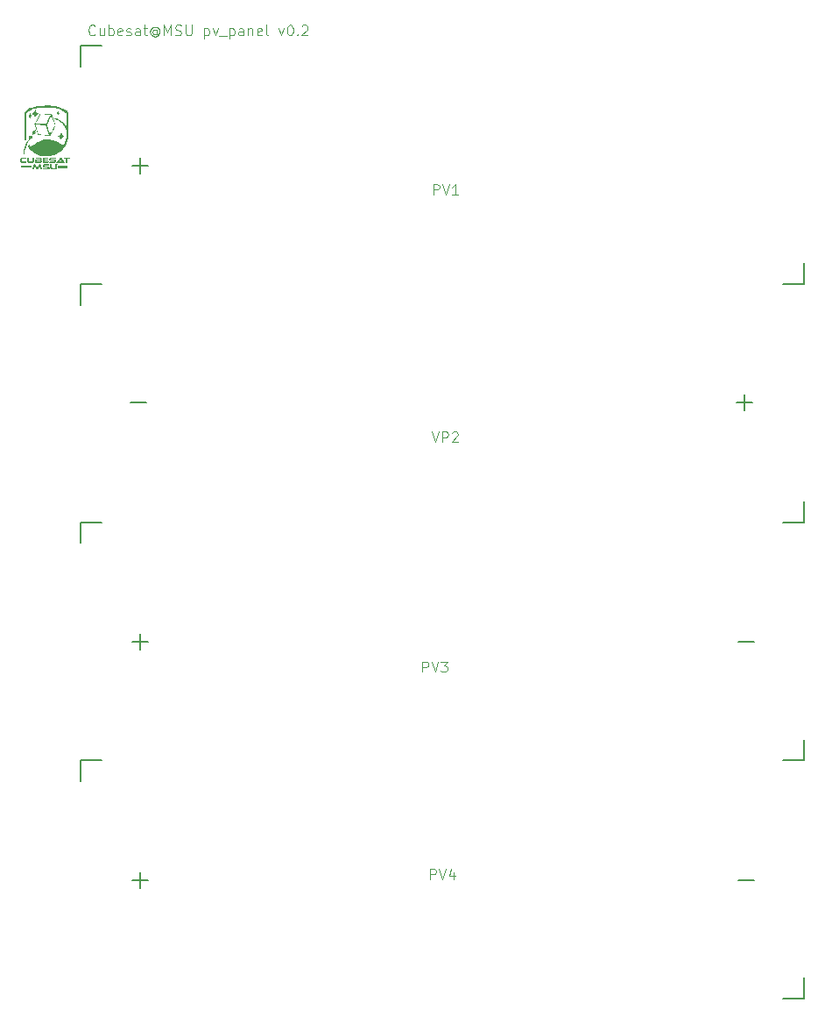
<source format=gbr>
%TF.GenerationSoftware,KiCad,Pcbnew,9.0.0-rc3*%
%TF.CreationDate,2025-06-30T09:22:31-05:00*%
%TF.ProjectId,pv_panel,70765f70-616e-4656-9c2e-6b696361645f,rev?*%
%TF.SameCoordinates,Original*%
%TF.FileFunction,Legend,Top*%
%TF.FilePolarity,Positive*%
%FSLAX46Y46*%
G04 Gerber Fmt 4.6, Leading zero omitted, Abs format (unit mm)*
G04 Created by KiCad (PCBNEW 9.0.0-rc3) date 2025-06-30 09:22:31*
%MOMM*%
%LPD*%
G01*
G04 APERTURE LIST*
%ADD10C,0.100000*%
%ADD11C,0.200000*%
%ADD12C,0.000000*%
G04 APERTURE END LIST*
D10*
X113025312Y-40777180D02*
X112977693Y-40824800D01*
X112977693Y-40824800D02*
X112834836Y-40872419D01*
X112834836Y-40872419D02*
X112739598Y-40872419D01*
X112739598Y-40872419D02*
X112596741Y-40824800D01*
X112596741Y-40824800D02*
X112501503Y-40729561D01*
X112501503Y-40729561D02*
X112453884Y-40634323D01*
X112453884Y-40634323D02*
X112406265Y-40443847D01*
X112406265Y-40443847D02*
X112406265Y-40300990D01*
X112406265Y-40300990D02*
X112453884Y-40110514D01*
X112453884Y-40110514D02*
X112501503Y-40015276D01*
X112501503Y-40015276D02*
X112596741Y-39920038D01*
X112596741Y-39920038D02*
X112739598Y-39872419D01*
X112739598Y-39872419D02*
X112834836Y-39872419D01*
X112834836Y-39872419D02*
X112977693Y-39920038D01*
X112977693Y-39920038D02*
X113025312Y-39967657D01*
X113882455Y-40205752D02*
X113882455Y-40872419D01*
X113453884Y-40205752D02*
X113453884Y-40729561D01*
X113453884Y-40729561D02*
X113501503Y-40824800D01*
X113501503Y-40824800D02*
X113596741Y-40872419D01*
X113596741Y-40872419D02*
X113739598Y-40872419D01*
X113739598Y-40872419D02*
X113834836Y-40824800D01*
X113834836Y-40824800D02*
X113882455Y-40777180D01*
X114358646Y-40872419D02*
X114358646Y-39872419D01*
X114358646Y-40253371D02*
X114453884Y-40205752D01*
X114453884Y-40205752D02*
X114644360Y-40205752D01*
X114644360Y-40205752D02*
X114739598Y-40253371D01*
X114739598Y-40253371D02*
X114787217Y-40300990D01*
X114787217Y-40300990D02*
X114834836Y-40396228D01*
X114834836Y-40396228D02*
X114834836Y-40681942D01*
X114834836Y-40681942D02*
X114787217Y-40777180D01*
X114787217Y-40777180D02*
X114739598Y-40824800D01*
X114739598Y-40824800D02*
X114644360Y-40872419D01*
X114644360Y-40872419D02*
X114453884Y-40872419D01*
X114453884Y-40872419D02*
X114358646Y-40824800D01*
X115644360Y-40824800D02*
X115549122Y-40872419D01*
X115549122Y-40872419D02*
X115358646Y-40872419D01*
X115358646Y-40872419D02*
X115263408Y-40824800D01*
X115263408Y-40824800D02*
X115215789Y-40729561D01*
X115215789Y-40729561D02*
X115215789Y-40348609D01*
X115215789Y-40348609D02*
X115263408Y-40253371D01*
X115263408Y-40253371D02*
X115358646Y-40205752D01*
X115358646Y-40205752D02*
X115549122Y-40205752D01*
X115549122Y-40205752D02*
X115644360Y-40253371D01*
X115644360Y-40253371D02*
X115691979Y-40348609D01*
X115691979Y-40348609D02*
X115691979Y-40443847D01*
X115691979Y-40443847D02*
X115215789Y-40539085D01*
X116072932Y-40824800D02*
X116168170Y-40872419D01*
X116168170Y-40872419D02*
X116358646Y-40872419D01*
X116358646Y-40872419D02*
X116453884Y-40824800D01*
X116453884Y-40824800D02*
X116501503Y-40729561D01*
X116501503Y-40729561D02*
X116501503Y-40681942D01*
X116501503Y-40681942D02*
X116453884Y-40586704D01*
X116453884Y-40586704D02*
X116358646Y-40539085D01*
X116358646Y-40539085D02*
X116215789Y-40539085D01*
X116215789Y-40539085D02*
X116120551Y-40491466D01*
X116120551Y-40491466D02*
X116072932Y-40396228D01*
X116072932Y-40396228D02*
X116072932Y-40348609D01*
X116072932Y-40348609D02*
X116120551Y-40253371D01*
X116120551Y-40253371D02*
X116215789Y-40205752D01*
X116215789Y-40205752D02*
X116358646Y-40205752D01*
X116358646Y-40205752D02*
X116453884Y-40253371D01*
X117358646Y-40872419D02*
X117358646Y-40348609D01*
X117358646Y-40348609D02*
X117311027Y-40253371D01*
X117311027Y-40253371D02*
X117215789Y-40205752D01*
X117215789Y-40205752D02*
X117025313Y-40205752D01*
X117025313Y-40205752D02*
X116930075Y-40253371D01*
X117358646Y-40824800D02*
X117263408Y-40872419D01*
X117263408Y-40872419D02*
X117025313Y-40872419D01*
X117025313Y-40872419D02*
X116930075Y-40824800D01*
X116930075Y-40824800D02*
X116882456Y-40729561D01*
X116882456Y-40729561D02*
X116882456Y-40634323D01*
X116882456Y-40634323D02*
X116930075Y-40539085D01*
X116930075Y-40539085D02*
X117025313Y-40491466D01*
X117025313Y-40491466D02*
X117263408Y-40491466D01*
X117263408Y-40491466D02*
X117358646Y-40443847D01*
X117691980Y-40205752D02*
X118072932Y-40205752D01*
X117834837Y-39872419D02*
X117834837Y-40729561D01*
X117834837Y-40729561D02*
X117882456Y-40824800D01*
X117882456Y-40824800D02*
X117977694Y-40872419D01*
X117977694Y-40872419D02*
X118072932Y-40872419D01*
X119025313Y-40396228D02*
X118977694Y-40348609D01*
X118977694Y-40348609D02*
X118882456Y-40300990D01*
X118882456Y-40300990D02*
X118787218Y-40300990D01*
X118787218Y-40300990D02*
X118691980Y-40348609D01*
X118691980Y-40348609D02*
X118644361Y-40396228D01*
X118644361Y-40396228D02*
X118596742Y-40491466D01*
X118596742Y-40491466D02*
X118596742Y-40586704D01*
X118596742Y-40586704D02*
X118644361Y-40681942D01*
X118644361Y-40681942D02*
X118691980Y-40729561D01*
X118691980Y-40729561D02*
X118787218Y-40777180D01*
X118787218Y-40777180D02*
X118882456Y-40777180D01*
X118882456Y-40777180D02*
X118977694Y-40729561D01*
X118977694Y-40729561D02*
X119025313Y-40681942D01*
X119025313Y-40300990D02*
X119025313Y-40681942D01*
X119025313Y-40681942D02*
X119072932Y-40729561D01*
X119072932Y-40729561D02*
X119120551Y-40729561D01*
X119120551Y-40729561D02*
X119215790Y-40681942D01*
X119215790Y-40681942D02*
X119263409Y-40586704D01*
X119263409Y-40586704D02*
X119263409Y-40348609D01*
X119263409Y-40348609D02*
X119168171Y-40205752D01*
X119168171Y-40205752D02*
X119025313Y-40110514D01*
X119025313Y-40110514D02*
X118834837Y-40062895D01*
X118834837Y-40062895D02*
X118644361Y-40110514D01*
X118644361Y-40110514D02*
X118501504Y-40205752D01*
X118501504Y-40205752D02*
X118406266Y-40348609D01*
X118406266Y-40348609D02*
X118358647Y-40539085D01*
X118358647Y-40539085D02*
X118406266Y-40729561D01*
X118406266Y-40729561D02*
X118501504Y-40872419D01*
X118501504Y-40872419D02*
X118644361Y-40967657D01*
X118644361Y-40967657D02*
X118834837Y-41015276D01*
X118834837Y-41015276D02*
X119025313Y-40967657D01*
X119025313Y-40967657D02*
X119168171Y-40872419D01*
X119691980Y-40872419D02*
X119691980Y-39872419D01*
X119691980Y-39872419D02*
X120025313Y-40586704D01*
X120025313Y-40586704D02*
X120358646Y-39872419D01*
X120358646Y-39872419D02*
X120358646Y-40872419D01*
X120787218Y-40824800D02*
X120930075Y-40872419D01*
X120930075Y-40872419D02*
X121168170Y-40872419D01*
X121168170Y-40872419D02*
X121263408Y-40824800D01*
X121263408Y-40824800D02*
X121311027Y-40777180D01*
X121311027Y-40777180D02*
X121358646Y-40681942D01*
X121358646Y-40681942D02*
X121358646Y-40586704D01*
X121358646Y-40586704D02*
X121311027Y-40491466D01*
X121311027Y-40491466D02*
X121263408Y-40443847D01*
X121263408Y-40443847D02*
X121168170Y-40396228D01*
X121168170Y-40396228D02*
X120977694Y-40348609D01*
X120977694Y-40348609D02*
X120882456Y-40300990D01*
X120882456Y-40300990D02*
X120834837Y-40253371D01*
X120834837Y-40253371D02*
X120787218Y-40158133D01*
X120787218Y-40158133D02*
X120787218Y-40062895D01*
X120787218Y-40062895D02*
X120834837Y-39967657D01*
X120834837Y-39967657D02*
X120882456Y-39920038D01*
X120882456Y-39920038D02*
X120977694Y-39872419D01*
X120977694Y-39872419D02*
X121215789Y-39872419D01*
X121215789Y-39872419D02*
X121358646Y-39920038D01*
X121787218Y-39872419D02*
X121787218Y-40681942D01*
X121787218Y-40681942D02*
X121834837Y-40777180D01*
X121834837Y-40777180D02*
X121882456Y-40824800D01*
X121882456Y-40824800D02*
X121977694Y-40872419D01*
X121977694Y-40872419D02*
X122168170Y-40872419D01*
X122168170Y-40872419D02*
X122263408Y-40824800D01*
X122263408Y-40824800D02*
X122311027Y-40777180D01*
X122311027Y-40777180D02*
X122358646Y-40681942D01*
X122358646Y-40681942D02*
X122358646Y-39872419D01*
X123596742Y-40205752D02*
X123596742Y-41205752D01*
X123596742Y-40253371D02*
X123691980Y-40205752D01*
X123691980Y-40205752D02*
X123882456Y-40205752D01*
X123882456Y-40205752D02*
X123977694Y-40253371D01*
X123977694Y-40253371D02*
X124025313Y-40300990D01*
X124025313Y-40300990D02*
X124072932Y-40396228D01*
X124072932Y-40396228D02*
X124072932Y-40681942D01*
X124072932Y-40681942D02*
X124025313Y-40777180D01*
X124025313Y-40777180D02*
X123977694Y-40824800D01*
X123977694Y-40824800D02*
X123882456Y-40872419D01*
X123882456Y-40872419D02*
X123691980Y-40872419D01*
X123691980Y-40872419D02*
X123596742Y-40824800D01*
X124406266Y-40205752D02*
X124644361Y-40872419D01*
X124644361Y-40872419D02*
X124882456Y-40205752D01*
X125025314Y-40967657D02*
X125787218Y-40967657D01*
X126025314Y-40205752D02*
X126025314Y-41205752D01*
X126025314Y-40253371D02*
X126120552Y-40205752D01*
X126120552Y-40205752D02*
X126311028Y-40205752D01*
X126311028Y-40205752D02*
X126406266Y-40253371D01*
X126406266Y-40253371D02*
X126453885Y-40300990D01*
X126453885Y-40300990D02*
X126501504Y-40396228D01*
X126501504Y-40396228D02*
X126501504Y-40681942D01*
X126501504Y-40681942D02*
X126453885Y-40777180D01*
X126453885Y-40777180D02*
X126406266Y-40824800D01*
X126406266Y-40824800D02*
X126311028Y-40872419D01*
X126311028Y-40872419D02*
X126120552Y-40872419D01*
X126120552Y-40872419D02*
X126025314Y-40824800D01*
X127358647Y-40872419D02*
X127358647Y-40348609D01*
X127358647Y-40348609D02*
X127311028Y-40253371D01*
X127311028Y-40253371D02*
X127215790Y-40205752D01*
X127215790Y-40205752D02*
X127025314Y-40205752D01*
X127025314Y-40205752D02*
X126930076Y-40253371D01*
X127358647Y-40824800D02*
X127263409Y-40872419D01*
X127263409Y-40872419D02*
X127025314Y-40872419D01*
X127025314Y-40872419D02*
X126930076Y-40824800D01*
X126930076Y-40824800D02*
X126882457Y-40729561D01*
X126882457Y-40729561D02*
X126882457Y-40634323D01*
X126882457Y-40634323D02*
X126930076Y-40539085D01*
X126930076Y-40539085D02*
X127025314Y-40491466D01*
X127025314Y-40491466D02*
X127263409Y-40491466D01*
X127263409Y-40491466D02*
X127358647Y-40443847D01*
X127834838Y-40205752D02*
X127834838Y-40872419D01*
X127834838Y-40300990D02*
X127882457Y-40253371D01*
X127882457Y-40253371D02*
X127977695Y-40205752D01*
X127977695Y-40205752D02*
X128120552Y-40205752D01*
X128120552Y-40205752D02*
X128215790Y-40253371D01*
X128215790Y-40253371D02*
X128263409Y-40348609D01*
X128263409Y-40348609D02*
X128263409Y-40872419D01*
X129120552Y-40824800D02*
X129025314Y-40872419D01*
X129025314Y-40872419D02*
X128834838Y-40872419D01*
X128834838Y-40872419D02*
X128739600Y-40824800D01*
X128739600Y-40824800D02*
X128691981Y-40729561D01*
X128691981Y-40729561D02*
X128691981Y-40348609D01*
X128691981Y-40348609D02*
X128739600Y-40253371D01*
X128739600Y-40253371D02*
X128834838Y-40205752D01*
X128834838Y-40205752D02*
X129025314Y-40205752D01*
X129025314Y-40205752D02*
X129120552Y-40253371D01*
X129120552Y-40253371D02*
X129168171Y-40348609D01*
X129168171Y-40348609D02*
X129168171Y-40443847D01*
X129168171Y-40443847D02*
X128691981Y-40539085D01*
X129739600Y-40872419D02*
X129644362Y-40824800D01*
X129644362Y-40824800D02*
X129596743Y-40729561D01*
X129596743Y-40729561D02*
X129596743Y-39872419D01*
X130787220Y-40205752D02*
X131025315Y-40872419D01*
X131025315Y-40872419D02*
X131263410Y-40205752D01*
X131834839Y-39872419D02*
X131930077Y-39872419D01*
X131930077Y-39872419D02*
X132025315Y-39920038D01*
X132025315Y-39920038D02*
X132072934Y-39967657D01*
X132072934Y-39967657D02*
X132120553Y-40062895D01*
X132120553Y-40062895D02*
X132168172Y-40253371D01*
X132168172Y-40253371D02*
X132168172Y-40491466D01*
X132168172Y-40491466D02*
X132120553Y-40681942D01*
X132120553Y-40681942D02*
X132072934Y-40777180D01*
X132072934Y-40777180D02*
X132025315Y-40824800D01*
X132025315Y-40824800D02*
X131930077Y-40872419D01*
X131930077Y-40872419D02*
X131834839Y-40872419D01*
X131834839Y-40872419D02*
X131739601Y-40824800D01*
X131739601Y-40824800D02*
X131691982Y-40777180D01*
X131691982Y-40777180D02*
X131644363Y-40681942D01*
X131644363Y-40681942D02*
X131596744Y-40491466D01*
X131596744Y-40491466D02*
X131596744Y-40253371D01*
X131596744Y-40253371D02*
X131644363Y-40062895D01*
X131644363Y-40062895D02*
X131691982Y-39967657D01*
X131691982Y-39967657D02*
X131739601Y-39920038D01*
X131739601Y-39920038D02*
X131834839Y-39872419D01*
X132596744Y-40777180D02*
X132644363Y-40824800D01*
X132644363Y-40824800D02*
X132596744Y-40872419D01*
X132596744Y-40872419D02*
X132549125Y-40824800D01*
X132549125Y-40824800D02*
X132596744Y-40777180D01*
X132596744Y-40777180D02*
X132596744Y-40872419D01*
X133025315Y-39967657D02*
X133072934Y-39920038D01*
X133072934Y-39920038D02*
X133168172Y-39872419D01*
X133168172Y-39872419D02*
X133406267Y-39872419D01*
X133406267Y-39872419D02*
X133501505Y-39920038D01*
X133501505Y-39920038D02*
X133549124Y-39967657D01*
X133549124Y-39967657D02*
X133596743Y-40062895D01*
X133596743Y-40062895D02*
X133596743Y-40158133D01*
X133596743Y-40158133D02*
X133549124Y-40300990D01*
X133549124Y-40300990D02*
X132977696Y-40872419D01*
X132977696Y-40872419D02*
X133596743Y-40872419D01*
X145733333Y-56257419D02*
X145733333Y-55257419D01*
X145733333Y-55257419D02*
X146114285Y-55257419D01*
X146114285Y-55257419D02*
X146209523Y-55305038D01*
X146209523Y-55305038D02*
X146257142Y-55352657D01*
X146257142Y-55352657D02*
X146304761Y-55447895D01*
X146304761Y-55447895D02*
X146304761Y-55590752D01*
X146304761Y-55590752D02*
X146257142Y-55685990D01*
X146257142Y-55685990D02*
X146209523Y-55733609D01*
X146209523Y-55733609D02*
X146114285Y-55781228D01*
X146114285Y-55781228D02*
X145733333Y-55781228D01*
X146590476Y-55257419D02*
X146923809Y-56257419D01*
X146923809Y-56257419D02*
X147257142Y-55257419D01*
X148114285Y-56257419D02*
X147542857Y-56257419D01*
X147828571Y-56257419D02*
X147828571Y-55257419D01*
X147828571Y-55257419D02*
X147733333Y-55400276D01*
X147733333Y-55400276D02*
X147638095Y-55495514D01*
X147638095Y-55495514D02*
X147542857Y-55543133D01*
D11*
X116657768Y-53432933D02*
X118181578Y-53432933D01*
X117419673Y-54194838D02*
X117419673Y-52671028D01*
D10*
X145433333Y-122377419D02*
X145433333Y-121377419D01*
X145433333Y-121377419D02*
X145814285Y-121377419D01*
X145814285Y-121377419D02*
X145909523Y-121425038D01*
X145909523Y-121425038D02*
X145957142Y-121472657D01*
X145957142Y-121472657D02*
X146004761Y-121567895D01*
X146004761Y-121567895D02*
X146004761Y-121710752D01*
X146004761Y-121710752D02*
X145957142Y-121805990D01*
X145957142Y-121805990D02*
X145909523Y-121853609D01*
X145909523Y-121853609D02*
X145814285Y-121901228D01*
X145814285Y-121901228D02*
X145433333Y-121901228D01*
X146290476Y-121377419D02*
X146623809Y-122377419D01*
X146623809Y-122377419D02*
X146957142Y-121377419D01*
X147719047Y-121710752D02*
X147719047Y-122377419D01*
X147480952Y-121329800D02*
X147242857Y-122044085D01*
X147242857Y-122044085D02*
X147861904Y-122044085D01*
D11*
X116657768Y-122432933D02*
X118181578Y-122432933D01*
X117419673Y-123194838D02*
X117419673Y-121671028D01*
X175207768Y-122432933D02*
X176731578Y-122432933D01*
D10*
X144689233Y-102357419D02*
X144689233Y-101357419D01*
X144689233Y-101357419D02*
X145070185Y-101357419D01*
X145070185Y-101357419D02*
X145165423Y-101405038D01*
X145165423Y-101405038D02*
X145213042Y-101452657D01*
X145213042Y-101452657D02*
X145260661Y-101547895D01*
X145260661Y-101547895D02*
X145260661Y-101690752D01*
X145260661Y-101690752D02*
X145213042Y-101785990D01*
X145213042Y-101785990D02*
X145165423Y-101833609D01*
X145165423Y-101833609D02*
X145070185Y-101881228D01*
X145070185Y-101881228D02*
X144689233Y-101881228D01*
X145546376Y-101357419D02*
X145879709Y-102357419D01*
X145879709Y-102357419D02*
X146213042Y-101357419D01*
X146451138Y-101357419D02*
X147070185Y-101357419D01*
X147070185Y-101357419D02*
X146736852Y-101738371D01*
X146736852Y-101738371D02*
X146879709Y-101738371D01*
X146879709Y-101738371D02*
X146974947Y-101785990D01*
X146974947Y-101785990D02*
X147022566Y-101833609D01*
X147022566Y-101833609D02*
X147070185Y-101928847D01*
X147070185Y-101928847D02*
X147070185Y-102166942D01*
X147070185Y-102166942D02*
X147022566Y-102262180D01*
X147022566Y-102262180D02*
X146974947Y-102309800D01*
X146974947Y-102309800D02*
X146879709Y-102357419D01*
X146879709Y-102357419D02*
X146593995Y-102357419D01*
X146593995Y-102357419D02*
X146498757Y-102309800D01*
X146498757Y-102309800D02*
X146451138Y-102262180D01*
D11*
X116657768Y-99432933D02*
X118181578Y-99432933D01*
X117419673Y-100194838D02*
X117419673Y-98671028D01*
X175207768Y-99432933D02*
X176731578Y-99432933D01*
D10*
X145590476Y-79157419D02*
X145923809Y-80157419D01*
X145923809Y-80157419D02*
X146257142Y-79157419D01*
X146590476Y-80157419D02*
X146590476Y-79157419D01*
X146590476Y-79157419D02*
X146971428Y-79157419D01*
X146971428Y-79157419D02*
X147066666Y-79205038D01*
X147066666Y-79205038D02*
X147114285Y-79252657D01*
X147114285Y-79252657D02*
X147161904Y-79347895D01*
X147161904Y-79347895D02*
X147161904Y-79490752D01*
X147161904Y-79490752D02*
X147114285Y-79585990D01*
X147114285Y-79585990D02*
X147066666Y-79633609D01*
X147066666Y-79633609D02*
X146971428Y-79681228D01*
X146971428Y-79681228D02*
X146590476Y-79681228D01*
X147542857Y-79252657D02*
X147590476Y-79205038D01*
X147590476Y-79205038D02*
X147685714Y-79157419D01*
X147685714Y-79157419D02*
X147923809Y-79157419D01*
X147923809Y-79157419D02*
X148019047Y-79205038D01*
X148019047Y-79205038D02*
X148066666Y-79252657D01*
X148066666Y-79252657D02*
X148114285Y-79347895D01*
X148114285Y-79347895D02*
X148114285Y-79443133D01*
X148114285Y-79443133D02*
X148066666Y-79585990D01*
X148066666Y-79585990D02*
X147495238Y-80157419D01*
X147495238Y-80157419D02*
X148114285Y-80157419D01*
D11*
X176542231Y-76367066D02*
X175018422Y-76367066D01*
X175780326Y-75605161D02*
X175780326Y-77128971D01*
X117992231Y-76367066D02*
X116468422Y-76367066D01*
%TO.C,PV1*%
X181600000Y-62900000D02*
X181600000Y-64900000D01*
X179550000Y-64900000D02*
X181550000Y-64900000D01*
X113650000Y-41900000D02*
X111650000Y-41900000D01*
X111600000Y-43900000D02*
X111600000Y-41900000D01*
%TO.C,PV4*%
X111600000Y-112900000D02*
X111600000Y-110900000D01*
X113650000Y-110900000D02*
X111650000Y-110900000D01*
X179550000Y-133900000D02*
X181550000Y-133900000D01*
X181600000Y-131900000D02*
X181600000Y-133900000D01*
D12*
%TO.C,G\u002A\u002A\u002A*%
G36*
X106888503Y-53551068D02*
G01*
X106888503Y-53663775D01*
X106386446Y-53663775D01*
X105884389Y-53663775D01*
X105884389Y-53551068D01*
X105884389Y-53438361D01*
X106386446Y-53438361D01*
X106888503Y-53438361D01*
X106888503Y-53551068D01*
G37*
G36*
X110382412Y-53571560D02*
G01*
X110382412Y-53684267D01*
X109926462Y-53684267D01*
X109470512Y-53684267D01*
X109470512Y-53571560D01*
X109470512Y-53458854D01*
X109926462Y-53458854D01*
X110382412Y-53458854D01*
X110382412Y-53571560D01*
G37*
G36*
X109462299Y-48190405D02*
G01*
X109463067Y-48192375D01*
X109481015Y-48243188D01*
X109496510Y-48279536D01*
X109512574Y-48306702D01*
X109532231Y-48329970D01*
X109553208Y-48349898D01*
X109603690Y-48395285D01*
X109568389Y-48416113D01*
X109535043Y-48442955D01*
X109500549Y-48482407D01*
X109470325Y-48527668D01*
X109454816Y-48558672D01*
X109444740Y-48580703D01*
X109438116Y-48591692D01*
X109437579Y-48591972D01*
X109432650Y-48583225D01*
X109423505Y-48560787D01*
X109416505Y-48541762D01*
X109390473Y-48489215D01*
X109350192Y-48441741D01*
X109311698Y-48409177D01*
X109293744Y-48392286D01*
X109291352Y-48381805D01*
X109293103Y-48380651D01*
X109340127Y-48352070D01*
X109385203Y-48309206D01*
X109423042Y-48257994D01*
X109447216Y-48207744D01*
X109455960Y-48189010D01*
X109462299Y-48190405D01*
G37*
G36*
X110443725Y-52670170D02*
G01*
X110511714Y-52670915D01*
X110570193Y-52672070D01*
X110616521Y-52673568D01*
X110648058Y-52675338D01*
X110662164Y-52677311D01*
X110662626Y-52677639D01*
X110658972Y-52688725D01*
X110645011Y-52711239D01*
X110623512Y-52740837D01*
X110617183Y-52748962D01*
X110566961Y-52812552D01*
X110477248Y-52815513D01*
X110387535Y-52818474D01*
X110384742Y-53005465D01*
X110381950Y-53192456D01*
X110300444Y-53192456D01*
X110218937Y-53192456D01*
X110216145Y-53005465D01*
X110213352Y-52818474D01*
X110097120Y-52815568D01*
X110043669Y-52814082D01*
X110009070Y-52811197D01*
X109991707Y-52804518D01*
X109989965Y-52791647D01*
X110002228Y-52770190D01*
X110026880Y-52737750D01*
X110036421Y-52725555D01*
X110079883Y-52669906D01*
X110368865Y-52669906D01*
X110443725Y-52670170D01*
G37*
G36*
X106788001Y-48370414D02*
G01*
X106796559Y-48393220D01*
X106800789Y-48408266D01*
X106824849Y-48472762D01*
X106861048Y-48531203D01*
X106905211Y-48577148D01*
X106915065Y-48584577D01*
X106940112Y-48603227D01*
X106956411Y-48617276D01*
X106960000Y-48622121D01*
X106952037Y-48630437D01*
X106931775Y-48645791D01*
X106913065Y-48658571D01*
X106874314Y-48690694D01*
X106835253Y-48734014D01*
X106801376Y-48781530D01*
X106778181Y-48826247D01*
X106775455Y-48833790D01*
X106763877Y-48860297D01*
X106753092Y-48866416D01*
X106742694Y-48852110D01*
X106735460Y-48830035D01*
X106710293Y-48769843D01*
X106670467Y-48713229D01*
X106621441Y-48667675D01*
X106612518Y-48661526D01*
X106585182Y-48642755D01*
X106566429Y-48628171D01*
X106560813Y-48621874D01*
X106568608Y-48613580D01*
X106589011Y-48598154D01*
X106611474Y-48582969D01*
X106675151Y-48531763D01*
X106724884Y-48470948D01*
X106754113Y-48413441D01*
X106766155Y-48384636D01*
X106776536Y-48365750D01*
X106781205Y-48361435D01*
X106788001Y-48370414D01*
G37*
G36*
X107278491Y-48042144D02*
G01*
X107288822Y-48067592D01*
X107299669Y-48102187D01*
X107300227Y-48104209D01*
X107334910Y-48199885D01*
X107382548Y-48280116D01*
X107443748Y-48345812D01*
X107480083Y-48373811D01*
X107508018Y-48394701D01*
X107527505Y-48412428D01*
X107534005Y-48422285D01*
X107525756Y-48433758D01*
X107505110Y-48448797D01*
X107496224Y-48453881D01*
X107443504Y-48490391D01*
X107389745Y-48542362D01*
X107338816Y-48605362D01*
X107294588Y-48674958D01*
X107281534Y-48699800D01*
X107261013Y-48739658D01*
X107243176Y-48771587D01*
X107230247Y-48791765D01*
X107225051Y-48796893D01*
X107217162Y-48788117D01*
X107210683Y-48768716D01*
X107181225Y-48675068D01*
X107135689Y-48593851D01*
X107073435Y-48524187D01*
X106993826Y-48465193D01*
X106988606Y-48462046D01*
X106961790Y-48444336D01*
X106944101Y-48429349D01*
X106939937Y-48422744D01*
X106947968Y-48412390D01*
X106969052Y-48395963D01*
X106993622Y-48380098D01*
X107081111Y-48317250D01*
X107153424Y-48243056D01*
X107208994Y-48159373D01*
X107239848Y-48088296D01*
X107252067Y-48057425D01*
X107263466Y-48036863D01*
X107270844Y-48031225D01*
X107278491Y-48042144D01*
G37*
G36*
X109779897Y-50219993D02*
G01*
X109789852Y-50243701D01*
X109797157Y-50269676D01*
X109820032Y-50340065D01*
X109854243Y-50409207D01*
X109896605Y-50472409D01*
X109943933Y-50524977D01*
X109993042Y-50562216D01*
X109997213Y-50564533D01*
X110020372Y-50579685D01*
X110033162Y-50593260D01*
X110034046Y-50596340D01*
X110026038Y-50607892D01*
X110005289Y-50625551D01*
X109982941Y-50641105D01*
X109919434Y-50691125D01*
X109859138Y-50755647D01*
X109806698Y-50828731D01*
X109766760Y-50904436D01*
X109756530Y-50930637D01*
X109742814Y-50959103D01*
X109729299Y-50967154D01*
X109716670Y-50954858D01*
X109706392Y-50925514D01*
X109673948Y-50836431D01*
X109623937Y-50756090D01*
X109558395Y-50687266D01*
X109500554Y-50645050D01*
X109470345Y-50624863D01*
X109448685Y-50607445D01*
X109440087Y-50596445D01*
X109440079Y-50596183D01*
X109448512Y-50585795D01*
X109470382Y-50569266D01*
X109501041Y-50550088D01*
X109502534Y-50549230D01*
X109576437Y-50496486D01*
X109643381Y-50428734D01*
X109699199Y-50351094D01*
X109739726Y-50268689D01*
X109746552Y-50249273D01*
X109757261Y-50224864D01*
X109768527Y-50211632D01*
X109771236Y-50210850D01*
X109779897Y-50219993D01*
G37*
G36*
X106847151Y-50557718D02*
G01*
X106891070Y-50580823D01*
X106926789Y-50613579D01*
X106937847Y-50629774D01*
X106957566Y-50682771D01*
X106958242Y-50734085D01*
X106941284Y-50780784D01*
X106908105Y-50819940D01*
X106860114Y-50848623D01*
X106827462Y-50858981D01*
X106802309Y-50865537D01*
X106783514Y-50873703D01*
X106767027Y-50887063D01*
X106748801Y-50909198D01*
X106724784Y-50943690D01*
X106714618Y-50958813D01*
X106575527Y-51183538D01*
X106456193Y-51413438D01*
X106356433Y-51648956D01*
X106276064Y-51890533D01*
X106214906Y-52138611D01*
X106202334Y-52203115D01*
X106188941Y-52263389D01*
X106174050Y-52304250D01*
X106156637Y-52326773D01*
X106135678Y-52332033D01*
X106110148Y-52321104D01*
X106098265Y-52312309D01*
X106074211Y-52292831D01*
X106092329Y-52185744D01*
X106139327Y-51963943D01*
X106205225Y-51740002D01*
X106288976Y-51516488D01*
X106389534Y-51295966D01*
X106505852Y-51081002D01*
X106612176Y-50910804D01*
X106641352Y-50866573D01*
X106660528Y-50835752D01*
X106671182Y-50814779D01*
X106674794Y-50800088D01*
X106672842Y-50788116D01*
X106667690Y-50776987D01*
X106655222Y-50735075D01*
X106654337Y-50686350D01*
X106664696Y-50640667D01*
X106672972Y-50623668D01*
X106700285Y-50593465D01*
X106738868Y-50567927D01*
X106780219Y-50551943D01*
X106802892Y-50548971D01*
X106847151Y-50557718D01*
G37*
G36*
X107319572Y-50001471D02*
G01*
X107334130Y-50019120D01*
X107337417Y-50038669D01*
X107328664Y-50064144D01*
X107307099Y-50099570D01*
X107298346Y-50112269D01*
X107277922Y-50142497D01*
X107263239Y-50166274D01*
X107257370Y-50178611D01*
X107257362Y-50178781D01*
X107264166Y-50190483D01*
X107280853Y-50208706D01*
X107283918Y-50211626D01*
X107311984Y-50241653D01*
X107323671Y-50265674D01*
X107320463Y-50287725D01*
X107315298Y-50296965D01*
X107302252Y-50308717D01*
X107275249Y-50327808D01*
X107238087Y-50351977D01*
X107194561Y-50378963D01*
X107148468Y-50406506D01*
X107103605Y-50432346D01*
X107063767Y-50454220D01*
X107032752Y-50469870D01*
X107014355Y-50477033D01*
X107012543Y-50477248D01*
X106997635Y-50470595D01*
X106980194Y-50456232D01*
X106966351Y-50435072D01*
X106964506Y-50417809D01*
X106967887Y-50402101D01*
X106973767Y-50370020D01*
X106981469Y-50325439D01*
X106990318Y-50272233D01*
X106995981Y-50237259D01*
X107005500Y-50181096D01*
X107014857Y-50131631D01*
X107023266Y-50092613D01*
X107029943Y-50067790D01*
X107032869Y-50061172D01*
X107050128Y-50049773D01*
X107074698Y-50041402D01*
X107095883Y-50039463D01*
X107114552Y-50046580D01*
X107137715Y-50065829D01*
X107143838Y-50071731D01*
X107181890Y-50108888D01*
X107220614Y-50052662D01*
X107250804Y-50013741D01*
X107276095Y-49993035D01*
X107298538Y-49989486D01*
X107319572Y-50001471D01*
G37*
G36*
X108867861Y-53483727D02*
G01*
X108869228Y-53553222D01*
X108871590Y-53604942D01*
X108876914Y-53641577D01*
X108887170Y-53665823D01*
X108904327Y-53680371D01*
X108930351Y-53687915D01*
X108967214Y-53691147D01*
X109016882Y-53692760D01*
X109020761Y-53692878D01*
X109069352Y-53693760D01*
X109112448Y-53693422D01*
X109144636Y-53691970D01*
X109158557Y-53690168D01*
X109178115Y-53681874D01*
X109192699Y-53666446D01*
X109202960Y-53641304D01*
X109209552Y-53603866D01*
X109213128Y-53551550D01*
X109214342Y-53481775D01*
X109214360Y-53469608D01*
X109214360Y-53315409D01*
X109302447Y-53315409D01*
X109390534Y-53315409D01*
X109386977Y-53497276D01*
X109385524Y-53563193D01*
X109383832Y-53612080D01*
X109381468Y-53647396D01*
X109378000Y-53672602D01*
X109372995Y-53691160D01*
X109366020Y-53706529D01*
X109359396Y-53717786D01*
X109315056Y-53770148D01*
X109256875Y-53808553D01*
X109218317Y-53823453D01*
X109182390Y-53830317D01*
X109131978Y-53834819D01*
X109072954Y-53836956D01*
X109011189Y-53836726D01*
X108952555Y-53834126D01*
X108902922Y-53829152D01*
X108874224Y-53823620D01*
X108808846Y-53797887D01*
X108757606Y-53760407D01*
X108722685Y-53712830D01*
X108719720Y-53706576D01*
X108711541Y-53686184D01*
X108705684Y-53664631D01*
X108701753Y-53638051D01*
X108699353Y-53602576D01*
X108698091Y-53554339D01*
X108697572Y-53489592D01*
X108696934Y-53320532D01*
X108780769Y-53317567D01*
X108864605Y-53314602D01*
X108867861Y-53483727D01*
G37*
G36*
X107144655Y-52841596D02*
G01*
X107144060Y-52901646D01*
X107142417Y-52956991D01*
X107139935Y-53003301D01*
X107136826Y-53036250D01*
X107134580Y-53048414D01*
X107113835Y-53089666D01*
X107077976Y-53129684D01*
X107032013Y-53163354D01*
X107011456Y-53174115D01*
X106987345Y-53183600D01*
X106959874Y-53190231D01*
X106924425Y-53194645D01*
X106876381Y-53197480D01*
X106832150Y-53198884D01*
X106780876Y-53199756D01*
X106736255Y-53199723D01*
X106702697Y-53198845D01*
X106684608Y-53197180D01*
X106683582Y-53196895D01*
X106665664Y-53191000D01*
X106635826Y-53181505D01*
X106612077Y-53174066D01*
X106551159Y-53146060D01*
X106505463Y-53105186D01*
X106476013Y-53052497D01*
X106468693Y-53026904D01*
X106464048Y-52992818D01*
X106460947Y-52943206D01*
X106459599Y-52882993D01*
X106460062Y-52823597D01*
X106463291Y-52675029D01*
X106545260Y-52675029D01*
X106627229Y-52675029D01*
X106629712Y-52828720D01*
X106630937Y-52884537D01*
X106632634Y-52934518D01*
X106634613Y-52974385D01*
X106636683Y-52999858D01*
X106637545Y-53005279D01*
X106648887Y-53027470D01*
X106672378Y-53043263D01*
X106710193Y-53053336D01*
X106764509Y-53058368D01*
X106810578Y-53059257D01*
X106859581Y-53058882D01*
X106892845Y-53057183D01*
X106915119Y-53053298D01*
X106931150Y-53046366D01*
X106945687Y-53035525D01*
X106946847Y-53034533D01*
X106975595Y-53009808D01*
X106979209Y-52839857D01*
X106982824Y-52669906D01*
X107063739Y-52669906D01*
X107144655Y-52669906D01*
X107144655Y-52841596D01*
G37*
G36*
X108404892Y-52672031D02*
G01*
X108464261Y-52672706D01*
X108511621Y-52673858D01*
X108544301Y-52675437D01*
X108559632Y-52677396D01*
X108560336Y-52677778D01*
X108558196Y-52688947D01*
X108545250Y-52711360D01*
X108524075Y-52740742D01*
X108517000Y-52749663D01*
X108465467Y-52813351D01*
X108301995Y-52813351D01*
X108138523Y-52813351D01*
X108138523Y-52838967D01*
X108138523Y-52864582D01*
X108338322Y-52864582D01*
X108399779Y-52864869D01*
X108453577Y-52865668D01*
X108496608Y-52866889D01*
X108525766Y-52868440D01*
X108537946Y-52870228D01*
X108538120Y-52870475D01*
X108532268Y-52880914D01*
X108516907Y-52902696D01*
X108495325Y-52931163D01*
X108494709Y-52931952D01*
X108451298Y-52987535D01*
X108294911Y-52987535D01*
X108138523Y-52987535D01*
X108138523Y-53018273D01*
X108138523Y-53049011D01*
X108353691Y-53049011D01*
X108417592Y-53049382D01*
X108473947Y-53050419D01*
X108519761Y-53052009D01*
X108552042Y-53054037D01*
X108567796Y-53056389D01*
X108568858Y-53057204D01*
X108562846Y-53068583D01*
X108546943Y-53091224D01*
X108524348Y-53120620D01*
X108519749Y-53126365D01*
X108470641Y-53187333D01*
X108222362Y-53190077D01*
X108141126Y-53190750D01*
X108078323Y-53190699D01*
X108031905Y-53189839D01*
X107999824Y-53188085D01*
X107980029Y-53185354D01*
X107970474Y-53181560D01*
X107969021Y-53179628D01*
X107967712Y-53166036D01*
X107966757Y-53134958D01*
X107966184Y-53089401D01*
X107966017Y-53032368D01*
X107966286Y-52966864D01*
X107966711Y-52920732D01*
X107969463Y-52675029D01*
X108260801Y-52672305D01*
X108336182Y-52671881D01*
X108404892Y-52672031D01*
G37*
G36*
X106336855Y-52670186D02*
G01*
X106375148Y-52672041D01*
X106398418Y-52676378D01*
X106408484Y-52684199D01*
X106407165Y-52696508D01*
X106396284Y-52714309D01*
X106377660Y-52738606D01*
X106364083Y-52755997D01*
X106319847Y-52813273D01*
X106168208Y-52813312D01*
X106101829Y-52813936D01*
X106052891Y-52815937D01*
X106018373Y-52819569D01*
X105995254Y-52825086D01*
X105987245Y-52828516D01*
X105947339Y-52858193D01*
X105923385Y-52895098D01*
X105915563Y-52935231D01*
X105924054Y-52974592D01*
X105949036Y-53009183D01*
X105978214Y-53029341D01*
X105993755Y-53036236D01*
X106011614Y-53041324D01*
X106035022Y-53044873D01*
X106067212Y-53047147D01*
X106111416Y-53048415D01*
X106170866Y-53048940D01*
X106216978Y-53049011D01*
X106278500Y-53049444D01*
X106332367Y-53050650D01*
X106375473Y-53052492D01*
X106404717Y-53054832D01*
X106416996Y-53057531D01*
X106417184Y-53057919D01*
X106411223Y-53069771D01*
X106395959Y-53092147D01*
X106375319Y-53119921D01*
X106353230Y-53147969D01*
X106333619Y-53171164D01*
X106320415Y-53184382D01*
X106320098Y-53184614D01*
X106306672Y-53187172D01*
X106276553Y-53189271D01*
X106233538Y-53190756D01*
X106181426Y-53191475D01*
X106150786Y-53191490D01*
X106084721Y-53190750D01*
X106034820Y-53188874D01*
X105996765Y-53185449D01*
X105966242Y-53180062D01*
X105938933Y-53172299D01*
X105934444Y-53170763D01*
X105869840Y-53139176D01*
X105815596Y-53094723D01*
X105774329Y-53040723D01*
X105748657Y-52980493D01*
X105741044Y-52925508D01*
X105749336Y-52872737D01*
X105771864Y-52818049D01*
X105804786Y-52769182D01*
X105831833Y-52742679D01*
X105863806Y-52719933D01*
X105897386Y-52702298D01*
X105935656Y-52689178D01*
X105981701Y-52679977D01*
X106038602Y-52674097D01*
X106109444Y-52670942D01*
X106197311Y-52669915D01*
X106207913Y-52669906D01*
X106281716Y-52669809D01*
X106336855Y-52670186D01*
G37*
G36*
X109759876Y-52668506D02*
G01*
X109780844Y-52680274D01*
X109796845Y-52696613D01*
X109820984Y-52725815D01*
X109849976Y-52763732D01*
X109880238Y-52805788D01*
X109944308Y-52897791D01*
X109997337Y-52974359D01*
X110040163Y-53036755D01*
X110073622Y-53086242D01*
X110098551Y-53124084D01*
X110115787Y-53151545D01*
X110126167Y-53169889D01*
X110130527Y-53180379D01*
X110130475Y-53183679D01*
X110118937Y-53186571D01*
X110090334Y-53188897D01*
X110047787Y-53190671D01*
X109994420Y-53191907D01*
X109933353Y-53192619D01*
X109867708Y-53192820D01*
X109800607Y-53192526D01*
X109735172Y-53191749D01*
X109674524Y-53190505D01*
X109621785Y-53188806D01*
X109580078Y-53186668D01*
X109552523Y-53184104D01*
X109542243Y-53181128D01*
X109542235Y-53181034D01*
X109547902Y-53167607D01*
X109562824Y-53142970D01*
X109583875Y-53112247D01*
X109585780Y-53109610D01*
X109629326Y-53049608D01*
X109734613Y-53049310D01*
X109839899Y-53049011D01*
X109777894Y-52956796D01*
X109752084Y-52919398D01*
X109730088Y-52889359D01*
X109714538Y-52870160D01*
X109708469Y-52864948D01*
X109699869Y-52873026D01*
X109682764Y-52894459D01*
X109660013Y-52925549D01*
X109644695Y-52947510D01*
X109610897Y-52996278D01*
X109572282Y-53051197D01*
X109536155Y-53101893D01*
X109529532Y-53111081D01*
X109470722Y-53192456D01*
X109380110Y-53192456D01*
X109338926Y-53191781D01*
X109305960Y-53189977D01*
X109286266Y-53187375D01*
X109283141Y-53186098D01*
X109285164Y-53175109D01*
X109297130Y-53153598D01*
X109309610Y-53135585D01*
X109325008Y-53114416D01*
X109349989Y-53079536D01*
X109382371Y-53034013D01*
X109419976Y-52980917D01*
X109460623Y-52923314D01*
X109480659Y-52894844D01*
X109521156Y-52837898D01*
X109559111Y-52785745D01*
X109592523Y-52741038D01*
X109619391Y-52706430D01*
X109637714Y-52684575D01*
X109643416Y-52678960D01*
X109677698Y-52663384D01*
X109719498Y-52659928D01*
X109759876Y-52668506D01*
G37*
G36*
X109081291Y-52670441D02*
G01*
X109144177Y-52671225D01*
X109197223Y-52672490D01*
X109237596Y-52674153D01*
X109262466Y-52676131D01*
X109269257Y-52677796D01*
X109265916Y-52689196D01*
X109252617Y-52712088D01*
X109232085Y-52741868D01*
X109228316Y-52746957D01*
X109182500Y-52808228D01*
X108980701Y-52813351D01*
X108778903Y-52818474D01*
X108778903Y-52844090D01*
X108778903Y-52869705D01*
X108978701Y-52874828D01*
X109057810Y-52877341D01*
X109119384Y-52880735D01*
X109166377Y-52885629D01*
X109201744Y-52892641D01*
X109228440Y-52902390D01*
X109249419Y-52915496D01*
X109267637Y-52932575D01*
X109270714Y-52935966D01*
X109283060Y-52955382D01*
X109289397Y-52982319D01*
X109291206Y-53023110D01*
X109291206Y-53023720D01*
X109286593Y-53076501D01*
X109270705Y-53115299D01*
X109240469Y-53144661D01*
X109192917Y-53169087D01*
X109175027Y-53176002D01*
X109157287Y-53181361D01*
X109136867Y-53185364D01*
X109110939Y-53188214D01*
X109076677Y-53190111D01*
X109031250Y-53191258D01*
X108971833Y-53191855D01*
X108895595Y-53192104D01*
X108869160Y-53192141D01*
X108797109Y-53191942D01*
X108732007Y-53191219D01*
X108676600Y-53190047D01*
X108633630Y-53188501D01*
X108605844Y-53186654D01*
X108596027Y-53184723D01*
X108599688Y-53173646D01*
X108613661Y-53151121D01*
X108635184Y-53121478D01*
X108641785Y-53113000D01*
X108692323Y-53049011D01*
X108900857Y-53049011D01*
X108973520Y-53048781D01*
X109028295Y-53047972D01*
X109067781Y-53046403D01*
X109094579Y-53043893D01*
X109111289Y-53040262D01*
X109120511Y-53035329D01*
X109122146Y-53033642D01*
X109129736Y-53017243D01*
X109122146Y-53002904D01*
X109114087Y-52997253D01*
X109098822Y-52993100D01*
X109073607Y-52990225D01*
X109035697Y-52988411D01*
X108982348Y-52987438D01*
X108923654Y-52987112D01*
X108856527Y-52986778D01*
X108806351Y-52985888D01*
X108769590Y-52984090D01*
X108742703Y-52981032D01*
X108722152Y-52976360D01*
X108704398Y-52969721D01*
X108692430Y-52964059D01*
X108646463Y-52934428D01*
X108618621Y-52898852D01*
X108606711Y-52854077D01*
X108605902Y-52835643D01*
X108612967Y-52780789D01*
X108635265Y-52738652D01*
X108674450Y-52706799D01*
X108702578Y-52693275D01*
X108721167Y-52686167D01*
X108739588Y-52680707D01*
X108760796Y-52676676D01*
X108787745Y-52673852D01*
X108823390Y-52672015D01*
X108870684Y-52670944D01*
X108932582Y-52670420D01*
X109011396Y-52670221D01*
X109081291Y-52670441D01*
G37*
G36*
X107538356Y-52670007D02*
G01*
X107608839Y-52670161D01*
X107662207Y-52670761D01*
X107701840Y-52672132D01*
X107731115Y-52674598D01*
X107753411Y-52678482D01*
X107772105Y-52684109D01*
X107790575Y-52691803D01*
X107797175Y-52694842D01*
X107842700Y-52723319D01*
X107870231Y-52759344D01*
X107881745Y-52805881D01*
X107882372Y-52822517D01*
X107874581Y-52865400D01*
X107857792Y-52892014D01*
X107833213Y-52920589D01*
X107862915Y-52954418D01*
X107886697Y-52996067D01*
X107893836Y-53044210D01*
X107884113Y-53093090D01*
X107869283Y-53121592D01*
X107854565Y-53141021D01*
X107837864Y-53156507D01*
X107816787Y-53168495D01*
X107788942Y-53177431D01*
X107751938Y-53183761D01*
X107703385Y-53187931D01*
X107640889Y-53190387D01*
X107562059Y-53191575D01*
X107492167Y-53191899D01*
X107420848Y-53191793D01*
X107356379Y-53191206D01*
X107301567Y-53190203D01*
X107259218Y-53188850D01*
X107232141Y-53187212D01*
X107223208Y-53185625D01*
X107220392Y-53172918D01*
X107218378Y-53144263D01*
X107217142Y-53104185D01*
X107216664Y-53057212D01*
X107216904Y-53011182D01*
X107216921Y-53007871D01*
X107217350Y-52987014D01*
X107390561Y-52987014D01*
X107390561Y-53011182D01*
X107393286Y-53032921D01*
X107397648Y-53042437D01*
X107409870Y-53044732D01*
X107438824Y-53046338D01*
X107480757Y-53047157D01*
X107531917Y-53047089D01*
X107559023Y-53046706D01*
X107713312Y-53043888D01*
X107713312Y-53018273D01*
X107713312Y-52992658D01*
X107551936Y-52989836D01*
X107390561Y-52987014D01*
X107217350Y-52987014D01*
X107217891Y-52960688D01*
X107219553Y-52920191D01*
X107221884Y-52890906D01*
X107224704Y-52877583D01*
X107233631Y-52873163D01*
X107255309Y-52869602D01*
X107291386Y-52866798D01*
X107343511Y-52864648D01*
X107413332Y-52863051D01*
X107473014Y-52862214D01*
X107549165Y-52861276D01*
X107607262Y-52860277D01*
X107649746Y-52858981D01*
X107679055Y-52857151D01*
X107697626Y-52854553D01*
X107707900Y-52850950D01*
X107712314Y-52846106D01*
X107713307Y-52839785D01*
X107713312Y-52838967D01*
X107712559Y-52832500D01*
X107708687Y-52827520D01*
X107699271Y-52823794D01*
X107681888Y-52821092D01*
X107654115Y-52819182D01*
X107613528Y-52817832D01*
X107557703Y-52816812D01*
X107484217Y-52815889D01*
X107469968Y-52815727D01*
X107401804Y-52814709D01*
X107341010Y-52813325D01*
X107290398Y-52811677D01*
X107252784Y-52809870D01*
X107230983Y-52808006D01*
X107226623Y-52806791D01*
X107232649Y-52796507D01*
X107248678Y-52774592D01*
X107271635Y-52745195D01*
X107279643Y-52735254D01*
X107332662Y-52669906D01*
X107538356Y-52670007D01*
G37*
G36*
X107739670Y-53311861D02*
G01*
X107767834Y-53329679D01*
X107773963Y-53342538D01*
X107784560Y-53371741D01*
X107798607Y-53413889D01*
X107815082Y-53465583D01*
X107832966Y-53523425D01*
X107851237Y-53584016D01*
X107868875Y-53643956D01*
X107884860Y-53699846D01*
X107898172Y-53748288D01*
X107907791Y-53785883D01*
X107912695Y-53809231D01*
X107913110Y-53813599D01*
X107908067Y-53821013D01*
X107890803Y-53825443D01*
X107858119Y-53827445D01*
X107831575Y-53827712D01*
X107750041Y-53827712D01*
X107729519Y-53758551D01*
X107715872Y-53710330D01*
X107701329Y-53655539D01*
X107691243Y-53615106D01*
X107682014Y-53579446D01*
X107673862Y-53553153D01*
X107668340Y-53541137D01*
X107667785Y-53540868D01*
X107661293Y-53549494D01*
X107647604Y-53573052D01*
X107628621Y-53608108D01*
X107606246Y-53651232D01*
X107602379Y-53658847D01*
X107570136Y-53721266D01*
X107544235Y-53767408D01*
X107522555Y-53799661D01*
X107502974Y-53820410D01*
X107483371Y-53832042D01*
X107461624Y-53836945D01*
X107443442Y-53837647D01*
X107410542Y-53835255D01*
X107384118Y-53829607D01*
X107377575Y-53826792D01*
X107364580Y-53812962D01*
X107346483Y-53785832D01*
X107326755Y-53750716D01*
X107322603Y-53742573D01*
X107298509Y-53695452D01*
X107271623Y-53644411D01*
X107249183Y-53603084D01*
X107234456Y-53576493D01*
X107223360Y-53559034D01*
X107214506Y-53552328D01*
X107206505Y-53557996D01*
X107197966Y-53577660D01*
X107187500Y-53612941D01*
X107173719Y-53665459D01*
X107164244Y-53702198D01*
X107131779Y-53827712D01*
X107046930Y-53827712D01*
X106962081Y-53827712D01*
X106975290Y-53779043D01*
X106983389Y-53750193D01*
X106995725Y-53707447D01*
X107010630Y-53656532D01*
X107026440Y-53603176D01*
X107026701Y-53602299D01*
X107043225Y-53546593D01*
X107059572Y-53490945D01*
X107073802Y-53441992D01*
X107083578Y-53407779D01*
X107097750Y-53367114D01*
X107113874Y-53335949D01*
X107124589Y-53323249D01*
X107153745Y-53310101D01*
X107191989Y-53305481D01*
X107229650Y-53309672D01*
X107252808Y-53319520D01*
X107264492Y-53333095D01*
X107283633Y-53361405D01*
X107308116Y-53401065D01*
X107335828Y-53448692D01*
X107354987Y-53483081D01*
X107382428Y-53532677D01*
X107406567Y-53575307D01*
X107425678Y-53608003D01*
X107438035Y-53627793D01*
X107441791Y-53632385D01*
X107448197Y-53623926D01*
X107462791Y-53600399D01*
X107483867Y-53564682D01*
X107509724Y-53519656D01*
X107534024Y-53476509D01*
X107566268Y-53419310D01*
X107590817Y-53377517D01*
X107609627Y-53348458D01*
X107624653Y-53329462D01*
X107637851Y-53317857D01*
X107651176Y-53310972D01*
X107656594Y-53309064D01*
X107698901Y-53303507D01*
X107739670Y-53311861D01*
G37*
G36*
X108550964Y-53316721D02*
G01*
X108586625Y-53317819D01*
X108609428Y-53319693D01*
X108621280Y-53322413D01*
X108624088Y-53326049D01*
X108623241Y-53327611D01*
X108611657Y-53342654D01*
X108592393Y-53368033D01*
X108574136Y-53392254D01*
X108552029Y-53420476D01*
X108533505Y-53442019D01*
X108524071Y-53451012D01*
X108510581Y-53453392D01*
X108480022Y-53455480D01*
X108435820Y-53457145D01*
X108381397Y-53458261D01*
X108320178Y-53458697D01*
X108320070Y-53458697D01*
X108251992Y-53458936D01*
X108201661Y-53459683D01*
X108166332Y-53461172D01*
X108143261Y-53463639D01*
X108129703Y-53467317D01*
X108122914Y-53472441D01*
X108121168Y-53475704D01*
X108118484Y-53490072D01*
X108124208Y-53501091D01*
X108140381Y-53509173D01*
X108169041Y-53514729D01*
X108212229Y-53518169D01*
X108271984Y-53519903D01*
X108342842Y-53520346D01*
X108412545Y-53520620D01*
X108464999Y-53521599D01*
X108503438Y-53523541D01*
X108531099Y-53526705D01*
X108551219Y-53531347D01*
X108567034Y-53537725D01*
X108568130Y-53538277D01*
X108611131Y-53569165D01*
X108636252Y-53609619D01*
X108644520Y-53661302D01*
X108644522Y-53661976D01*
X108635872Y-53718763D01*
X108609822Y-53764738D01*
X108566223Y-53800152D01*
X108559429Y-53803902D01*
X108545561Y-53810908D01*
X108531840Y-53816384D01*
X108515657Y-53820520D01*
X108494403Y-53823504D01*
X108465471Y-53825522D01*
X108426252Y-53826764D01*
X108374136Y-53827418D01*
X108306516Y-53827671D01*
X108229126Y-53827712D01*
X108155060Y-53827480D01*
X108088148Y-53826824D01*
X108030988Y-53825806D01*
X107986181Y-53824488D01*
X107956326Y-53822930D01*
X107944023Y-53821196D01*
X107943848Y-53820959D01*
X107949405Y-53810836D01*
X107963699Y-53789351D01*
X107983171Y-53761533D01*
X108004257Y-53732410D01*
X108023397Y-53707010D01*
X108033413Y-53694513D01*
X108044479Y-53692763D01*
X108072973Y-53690776D01*
X108115834Y-53688694D01*
X108170000Y-53686660D01*
X108232411Y-53684815D01*
X108254494Y-53684267D01*
X108326587Y-53682453D01*
X108380787Y-53680691D01*
X108419692Y-53678693D01*
X108445898Y-53676172D01*
X108462002Y-53672841D01*
X108470601Y-53668413D01*
X108474292Y-53662600D01*
X108474965Y-53659880D01*
X108471718Y-53639663D01*
X108464844Y-53631860D01*
X108450561Y-53629053D01*
X108419317Y-53626602D01*
X108374644Y-53624663D01*
X108320073Y-53623392D01*
X108263709Y-53622948D01*
X108187859Y-53622423D01*
X108129360Y-53620578D01*
X108085080Y-53616793D01*
X108051888Y-53610447D01*
X108026655Y-53600919D01*
X108006250Y-53587590D01*
X107987542Y-53569838D01*
X107985682Y-53567837D01*
X107967177Y-53538753D01*
X107957631Y-53498568D01*
X107956375Y-53486224D01*
X107958343Y-53431247D01*
X107975595Y-53388136D01*
X108009720Y-53353514D01*
X108023007Y-53344575D01*
X108034984Y-53337505D01*
X108047220Y-53331943D01*
X108062265Y-53327676D01*
X108082672Y-53324490D01*
X108110991Y-53322171D01*
X108149775Y-53320506D01*
X108201574Y-53319280D01*
X108268942Y-53318280D01*
X108347763Y-53317365D01*
X108433440Y-53316564D01*
X108500538Y-53316326D01*
X108550964Y-53316721D01*
G37*
G36*
X108580541Y-47663200D02*
G01*
X108704133Y-47665704D01*
X108817153Y-47670074D01*
X108916337Y-47676339D01*
X108998420Y-47684525D01*
X108999193Y-47684623D01*
X109246451Y-47725144D01*
X109484508Y-47782556D01*
X109712491Y-47856525D01*
X109929528Y-47946715D01*
X110134749Y-48052793D01*
X110327282Y-48174425D01*
X110386691Y-48217036D01*
X110467668Y-48276921D01*
X110460421Y-49475836D01*
X110459301Y-49661229D01*
X110458271Y-49827384D01*
X110457282Y-49975555D01*
X110456284Y-50106998D01*
X110455227Y-50222965D01*
X110454061Y-50324712D01*
X110452737Y-50413492D01*
X110451204Y-50490559D01*
X110449413Y-50557168D01*
X110447315Y-50614573D01*
X110444859Y-50664028D01*
X110441996Y-50706788D01*
X110438676Y-50744105D01*
X110434849Y-50777235D01*
X110430466Y-50807432D01*
X110425477Y-50835950D01*
X110419832Y-50864042D01*
X110413482Y-50892964D01*
X110406376Y-50923970D01*
X110402288Y-50941672D01*
X110389145Y-50992909D01*
X110371668Y-51053290D01*
X110352813Y-51112808D01*
X110344772Y-51136347D01*
X110265938Y-51330508D01*
X110170422Y-51513535D01*
X110059213Y-51684665D01*
X109933302Y-51843140D01*
X109793678Y-51988199D01*
X109641331Y-52119080D01*
X109477250Y-52235025D01*
X109302426Y-52335271D01*
X109117847Y-52419060D01*
X108924504Y-52485630D01*
X108723386Y-52534221D01*
X108515484Y-52564072D01*
X108482779Y-52566968D01*
X108419908Y-52571787D01*
X108368952Y-52574716D01*
X108323726Y-52575733D01*
X108278045Y-52574814D01*
X108225723Y-52571937D01*
X108160574Y-52567080D01*
X108143646Y-52565722D01*
X107955498Y-52540904D01*
X107766098Y-52497446D01*
X107578850Y-52436661D01*
X107397156Y-52359867D01*
X107224417Y-52268379D01*
X107064037Y-52163512D01*
X107021702Y-52131850D01*
X106883390Y-52014872D01*
X106751767Y-51883217D01*
X106632522Y-51742673D01*
X106609253Y-51712127D01*
X106581308Y-51674022D01*
X106563874Y-51647367D01*
X106554882Y-51627440D01*
X106552258Y-51609518D01*
X106553931Y-51588876D01*
X106554229Y-51586676D01*
X106562458Y-51552402D01*
X106577093Y-51513709D01*
X106595582Y-51475358D01*
X106615373Y-51442113D01*
X106633916Y-51418737D01*
X106648661Y-51409993D01*
X106648850Y-51409998D01*
X106657957Y-51418233D01*
X106675063Y-51440101D01*
X106697342Y-51471836D01*
X106712327Y-51494528D01*
X106739531Y-51535515D01*
X106766310Y-51573942D01*
X106788402Y-51603763D01*
X106795683Y-51612769D01*
X106824680Y-51646838D01*
X106930302Y-51558517D01*
X107121117Y-51409679D01*
X107313425Y-51280966D01*
X107507067Y-51172414D01*
X107701883Y-51084056D01*
X107897713Y-51015929D01*
X108094397Y-50968067D01*
X108291776Y-50940505D01*
X108489690Y-50933279D01*
X108687978Y-50946422D01*
X108886482Y-50979969D01*
X109085041Y-51033957D01*
X109179335Y-51066774D01*
X109309569Y-51120435D01*
X109447208Y-51186478D01*
X109586328Y-51261721D01*
X109721002Y-51342980D01*
X109830456Y-51416459D01*
X109867624Y-51442697D01*
X109899183Y-51464766D01*
X109920977Y-51479773D01*
X109928032Y-51484426D01*
X109938808Y-51479341D01*
X109957415Y-51456961D01*
X109982904Y-51418507D01*
X109996047Y-51396824D01*
X110065677Y-51271908D01*
X110122984Y-51151335D01*
X110170490Y-51028702D01*
X110210717Y-50897605D01*
X110241148Y-50774384D01*
X110248134Y-50740644D01*
X110253634Y-50706633D01*
X110257883Y-50669049D01*
X110261115Y-50624587D01*
X110263562Y-50569942D01*
X110265457Y-50501810D01*
X110267036Y-50416887D01*
X110267215Y-50405411D01*
X110268376Y-50314674D01*
X110268440Y-50240650D01*
X110266907Y-50179565D01*
X110263277Y-50127649D01*
X110257049Y-50081128D01*
X110247724Y-50036233D01*
X110234801Y-49989190D01*
X110217780Y-49936229D01*
X110197014Y-49876009D01*
X110148637Y-49753681D01*
X110092864Y-49644837D01*
X110026189Y-49543806D01*
X109945104Y-49444915D01*
X109901585Y-49398150D01*
X109775846Y-49282218D01*
X109637040Y-49181971D01*
X109485538Y-49097625D01*
X109321713Y-49029396D01*
X109198749Y-48991025D01*
X109150559Y-48977111D01*
X109119153Y-48965216D01*
X109101287Y-48953023D01*
X109093719Y-48938217D01*
X109093204Y-48918480D01*
X109093446Y-48915829D01*
X109101419Y-48887524D01*
X109119912Y-48871698D01*
X109151029Y-48867755D01*
X109196875Y-48875099D01*
X109218027Y-48880566D01*
X109362924Y-48927268D01*
X109505117Y-48985631D01*
X109639013Y-49053074D01*
X109759023Y-49127018D01*
X109772694Y-49136536D01*
X109885674Y-49226550D01*
X109994431Y-49332982D01*
X110095406Y-49451771D01*
X110185036Y-49578854D01*
X110236276Y-49665352D01*
X110279693Y-49744654D01*
X110279822Y-49066184D01*
X110279951Y-48387714D01*
X110226160Y-48347213D01*
X110103686Y-48263135D01*
X109965210Y-48182352D01*
X109815176Y-48106823D01*
X109658032Y-48038507D01*
X109498221Y-47979362D01*
X109340191Y-47931345D01*
X109214360Y-47901509D01*
X109137228Y-47886141D01*
X109068854Y-47873494D01*
X109006037Y-47863318D01*
X108945579Y-47855359D01*
X108884281Y-47849364D01*
X108818943Y-47845083D01*
X108746365Y-47842261D01*
X108663349Y-47840648D01*
X108566694Y-47839990D01*
X108453203Y-47840035D01*
X108435659Y-47840083D01*
X108277970Y-47841195D01*
X108137709Y-47843690D01*
X108011846Y-47847805D01*
X107897350Y-47853774D01*
X107791189Y-47861831D01*
X107690333Y-47872211D01*
X107591751Y-47885149D01*
X107492412Y-47900879D01*
X107389285Y-47919637D01*
X107376731Y-47922059D01*
X107216965Y-47958150D01*
X107061597Y-48003150D01*
X106913147Y-48055946D01*
X106774135Y-48115424D01*
X106647078Y-48180473D01*
X106534497Y-48249979D01*
X106438911Y-48322829D01*
X106409500Y-48349324D01*
X106376200Y-48380824D01*
X106376214Y-49503320D01*
X106376223Y-49683479D01*
X106376272Y-49844404D01*
X106376404Y-49987353D01*
X106376662Y-50113582D01*
X106377088Y-50224350D01*
X106377724Y-50320915D01*
X106378613Y-50404534D01*
X106379797Y-50476465D01*
X106381319Y-50537966D01*
X106383220Y-50590295D01*
X106385544Y-50634709D01*
X106388333Y-50672466D01*
X106391629Y-50704823D01*
X106395475Y-50733040D01*
X106399913Y-50758372D01*
X106404986Y-50782079D01*
X106410735Y-50805418D01*
X106417204Y-50829646D01*
X106421468Y-50845205D01*
X106436698Y-50900658D01*
X106384768Y-50957476D01*
X106357737Y-50988597D01*
X106335491Y-51017002D01*
X106322575Y-51036863D01*
X106322137Y-51037785D01*
X106309574Y-51052552D01*
X106292389Y-51061106D01*
X106278002Y-51061035D01*
X106273498Y-51053589D01*
X106270905Y-51040645D01*
X106264256Y-51013328D01*
X106254878Y-50977041D01*
X106252758Y-50969059D01*
X106242052Y-50925203D01*
X106229912Y-50869689D01*
X106218164Y-50811091D01*
X106212015Y-50777745D01*
X106208934Y-50759669D01*
X106206182Y-50741412D01*
X106203741Y-50721772D01*
X106201591Y-50699547D01*
X106199715Y-50673534D01*
X106198093Y-50642531D01*
X106196708Y-50605336D01*
X106195541Y-50560745D01*
X106194573Y-50507558D01*
X106193786Y-50444571D01*
X106193161Y-50370582D01*
X106192679Y-50284388D01*
X106192323Y-50184788D01*
X106192074Y-50070579D01*
X106191912Y-49940558D01*
X106191820Y-49793524D01*
X106191779Y-49628274D01*
X106191771Y-49464345D01*
X106191771Y-48265414D01*
X106266055Y-48204717D01*
X106413340Y-48096938D01*
X106576680Y-48001208D01*
X106756187Y-47917488D01*
X106951974Y-47845737D01*
X107164152Y-47785916D01*
X107392834Y-47737985D01*
X107638133Y-47701902D01*
X107693578Y-47695632D01*
X107799776Y-47685839D01*
X107918251Y-47677720D01*
X108045740Y-47671303D01*
X108178977Y-47666615D01*
X108314699Y-47663683D01*
X108449642Y-47662536D01*
X108580541Y-47663200D01*
G37*
G36*
X107865548Y-48433553D02*
G01*
X107932988Y-48435028D01*
X108015913Y-48437280D01*
X108115813Y-48440322D01*
X108234177Y-48444168D01*
X108280306Y-48445708D01*
X108398899Y-48449869D01*
X108506890Y-48454010D01*
X108602899Y-48458064D01*
X108685543Y-48461959D01*
X108753444Y-48465625D01*
X108805221Y-48468993D01*
X108839493Y-48471992D01*
X108854881Y-48474552D01*
X108855497Y-48474915D01*
X108860276Y-48486167D01*
X108870481Y-48514803D01*
X108885415Y-48558651D01*
X108904382Y-48615537D01*
X108926688Y-48683289D01*
X108951637Y-48759735D01*
X108978533Y-48842701D01*
X109006682Y-48930015D01*
X109035387Y-49019504D01*
X109063953Y-49108995D01*
X109091685Y-49196315D01*
X109117888Y-49279293D01*
X109141865Y-49355755D01*
X109162922Y-49423528D01*
X109180363Y-49480439D01*
X109193493Y-49524317D01*
X109201616Y-49552987D01*
X109204071Y-49563970D01*
X109202303Y-49571134D01*
X109196615Y-49585495D01*
X109186470Y-49608135D01*
X109171333Y-49640137D01*
X109150664Y-49682585D01*
X109123928Y-49736561D01*
X109090588Y-49803149D01*
X109050105Y-49883431D01*
X109001944Y-49978491D01*
X108945567Y-50089411D01*
X108880437Y-50217275D01*
X108868041Y-50241589D01*
X108823263Y-50329165D01*
X108786685Y-50400053D01*
X108757360Y-50455904D01*
X108734347Y-50498372D01*
X108716700Y-50529106D01*
X108703477Y-50549759D01*
X108693733Y-50561983D01*
X108686524Y-50567429D01*
X108681565Y-50567936D01*
X108670648Y-50567297D01*
X108641153Y-50565906D01*
X108594975Y-50563845D01*
X108534012Y-50561195D01*
X108460159Y-50558037D01*
X108375314Y-50554453D01*
X108281373Y-50550523D01*
X108180232Y-50546331D01*
X108128277Y-50544191D01*
X108023890Y-50539976D01*
X107925448Y-50536148D01*
X107834892Y-50532773D01*
X107754168Y-50529915D01*
X107685218Y-50527641D01*
X107629986Y-50526015D01*
X107590416Y-50525104D01*
X107568451Y-50524972D01*
X107564744Y-50525202D01*
X107543670Y-50523763D01*
X107537684Y-50520927D01*
X107531602Y-50509470D01*
X107520284Y-50481045D01*
X107504646Y-50438230D01*
X107485604Y-50383604D01*
X107464073Y-50319746D01*
X107440969Y-50249234D01*
X107438502Y-50241589D01*
X107409498Y-50151566D01*
X107376951Y-50050527D01*
X107343071Y-49945333D01*
X107310068Y-49842844D01*
X107280151Y-49749922D01*
X107268325Y-49713182D01*
X107246130Y-49643570D01*
X107226187Y-49579757D01*
X107209332Y-49524523D01*
X107206265Y-49514118D01*
X107280637Y-49514118D01*
X107428838Y-49977752D01*
X107458698Y-50070993D01*
X107486719Y-50158147D01*
X107512275Y-50237294D01*
X107534741Y-50306514D01*
X107553490Y-50363887D01*
X107567899Y-50407491D01*
X107577342Y-50435406D01*
X107581191Y-50445711D01*
X107591843Y-50446947D01*
X107620493Y-50448865D01*
X107664663Y-50451354D01*
X107721874Y-50454307D01*
X107789649Y-50457613D01*
X107865509Y-50461165D01*
X107946976Y-50464852D01*
X108031571Y-50468566D01*
X108116816Y-50472198D01*
X108200232Y-50475639D01*
X108279341Y-50478780D01*
X108351665Y-50481512D01*
X108414725Y-50483726D01*
X108466043Y-50485313D01*
X108499697Y-50486107D01*
X108537089Y-50485849D01*
X108565006Y-50483920D01*
X108578527Y-50480711D01*
X108579083Y-50479810D01*
X108575954Y-50468833D01*
X108567089Y-50440810D01*
X108553259Y-50398057D01*
X108535234Y-50342890D01*
X108513785Y-50277625D01*
X108489682Y-50204580D01*
X108463695Y-50126071D01*
X108436596Y-50044414D01*
X108409153Y-49961926D01*
X108382139Y-49880923D01*
X108356323Y-49803721D01*
X108332475Y-49732638D01*
X108311366Y-49669989D01*
X108293767Y-49618092D01*
X108280448Y-49579262D01*
X108272180Y-49555816D01*
X108269746Y-49549710D01*
X108259193Y-49548650D01*
X108230649Y-49546989D01*
X108186605Y-49544822D01*
X108129550Y-49542247D01*
X108061975Y-49539357D01*
X107986370Y-49536249D01*
X107905224Y-49533018D01*
X107821028Y-49529761D01*
X107736272Y-49526572D01*
X107653445Y-49523547D01*
X107575038Y-49520782D01*
X107503540Y-49518373D01*
X107441442Y-49516414D01*
X107428819Y-49516059D01*
X108394675Y-49516059D01*
X108397746Y-49527949D01*
X108406540Y-49557334D01*
X108420430Y-49602227D01*
X108438787Y-49660641D01*
X108460985Y-49730588D01*
X108486397Y-49810081D01*
X108514393Y-49897131D01*
X108540389Y-49977540D01*
X108574836Y-50083589D01*
X108603654Y-50171623D01*
X108627404Y-50243160D01*
X108646648Y-50299721D01*
X108661947Y-50342823D01*
X108673862Y-50373987D01*
X108682954Y-50394732D01*
X108689786Y-50406576D01*
X108694919Y-50411039D01*
X108698913Y-50409640D01*
X108699710Y-50408676D01*
X108707750Y-50394917D01*
X108723619Y-50365375D01*
X108745993Y-50322599D01*
X108773549Y-50269141D01*
X108804966Y-50207552D01*
X108838919Y-50140383D01*
X108842128Y-50134005D01*
X108881120Y-50056696D01*
X108922106Y-49975843D01*
X108962718Y-49896087D01*
X109000588Y-49822071D01*
X109033349Y-49758435D01*
X109052264Y-49721998D01*
X109133590Y-49566142D01*
X109010663Y-49178956D01*
X108982407Y-49089945D01*
X108955053Y-49003753D01*
X108929465Y-48923103D01*
X108906506Y-48850718D01*
X108887040Y-48789320D01*
X108871931Y-48741635D01*
X108862043Y-48710383D01*
X108861142Y-48707531D01*
X108834549Y-48623293D01*
X108614612Y-49063763D01*
X108570617Y-49152111D01*
X108529556Y-49235029D01*
X108492321Y-49310686D01*
X108459801Y-49377251D01*
X108432886Y-49432892D01*
X108412468Y-49475779D01*
X108399436Y-49504079D01*
X108394681Y-49515963D01*
X108394675Y-49516059D01*
X107428819Y-49516059D01*
X107391233Y-49515002D01*
X107355404Y-49514233D01*
X107342814Y-49514118D01*
X107280637Y-49514118D01*
X107206265Y-49514118D01*
X107196401Y-49480647D01*
X107188231Y-49450909D01*
X107185639Y-49438421D01*
X107190249Y-49426496D01*
X107203369Y-49398504D01*
X107217860Y-49368908D01*
X107303391Y-49368908D01*
X107314676Y-49370585D01*
X107343937Y-49372633D01*
X107388662Y-49374973D01*
X107446341Y-49377527D01*
X107514461Y-49380214D01*
X107590511Y-49382956D01*
X107671981Y-49385675D01*
X107756358Y-49388289D01*
X107841130Y-49390722D01*
X107923788Y-49392893D01*
X108001819Y-49394724D01*
X108072712Y-49396135D01*
X108133956Y-49397047D01*
X108183038Y-49397382D01*
X108204456Y-49397286D01*
X108296003Y-49396288D01*
X108522796Y-48965953D01*
X108749589Y-48535618D01*
X108713016Y-48533297D01*
X108669497Y-48530893D01*
X108612539Y-48528295D01*
X108544556Y-48525569D01*
X108467966Y-48522781D01*
X108385184Y-48519996D01*
X108298627Y-48517281D01*
X108210711Y-48514702D01*
X108123852Y-48512326D01*
X108040467Y-48510217D01*
X107962971Y-48508442D01*
X107893781Y-48507067D01*
X107835314Y-48506158D01*
X107789985Y-48505781D01*
X107760210Y-48506002D01*
X107748407Y-48506888D01*
X107748345Y-48506935D01*
X107740464Y-48519144D01*
X107724707Y-48547002D01*
X107702196Y-48588339D01*
X107674048Y-48640986D01*
X107641385Y-48702775D01*
X107605325Y-48771536D01*
X107566989Y-48845100D01*
X107527496Y-48921297D01*
X107487966Y-48997960D01*
X107449519Y-49072917D01*
X107413274Y-49144001D01*
X107380352Y-49209042D01*
X107351871Y-49265871D01*
X107328953Y-49312319D01*
X107312715Y-49346216D01*
X107304279Y-49365394D01*
X107303391Y-49368908D01*
X107217860Y-49368908D01*
X107223937Y-49356497D01*
X107250890Y-49302528D01*
X107283165Y-49238649D01*
X107319699Y-49166911D01*
X107359430Y-49089367D01*
X107401293Y-49008068D01*
X107444228Y-48925066D01*
X107487170Y-48842415D01*
X107529056Y-48762164D01*
X107568825Y-48686367D01*
X107605413Y-48617076D01*
X107637756Y-48556341D01*
X107664793Y-48506216D01*
X107685461Y-48468753D01*
X107698696Y-48446003D01*
X107702698Y-48440191D01*
X107708503Y-48437311D01*
X107720856Y-48435122D01*
X107741248Y-48433637D01*
X107771168Y-48432871D01*
X107812105Y-48432838D01*
X107865548Y-48433553D01*
G37*
D11*
%TO.C,PV3*%
X111600000Y-89900000D02*
X111600000Y-87900000D01*
X113650000Y-87900000D02*
X111650000Y-87900000D01*
X179550000Y-110900000D02*
X181550000Y-110900000D01*
X181600000Y-108900000D02*
X181600000Y-110900000D01*
%TO.C,VP2*%
X111600000Y-66900000D02*
X111600000Y-64900000D01*
X113650000Y-64900000D02*
X111650000Y-64900000D01*
X179550000Y-87900000D02*
X181550000Y-87900000D01*
X181600000Y-85900000D02*
X181600000Y-87900000D01*
%TD*%
M02*

</source>
